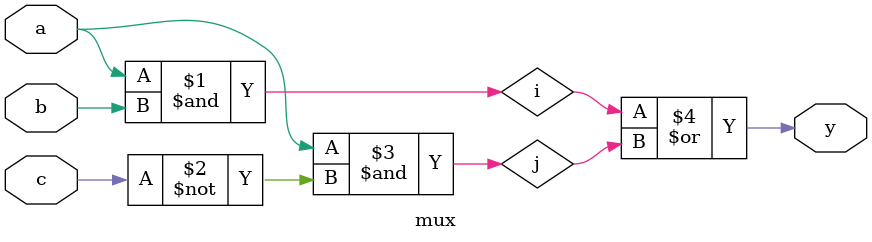
<source format=v>
module mux(a,b,c,y);
input a,b,c;
output y;
wire i,j;

assign i = a & b;
assign j = a &~c;
assign y = i|j;
endmodule

</source>
